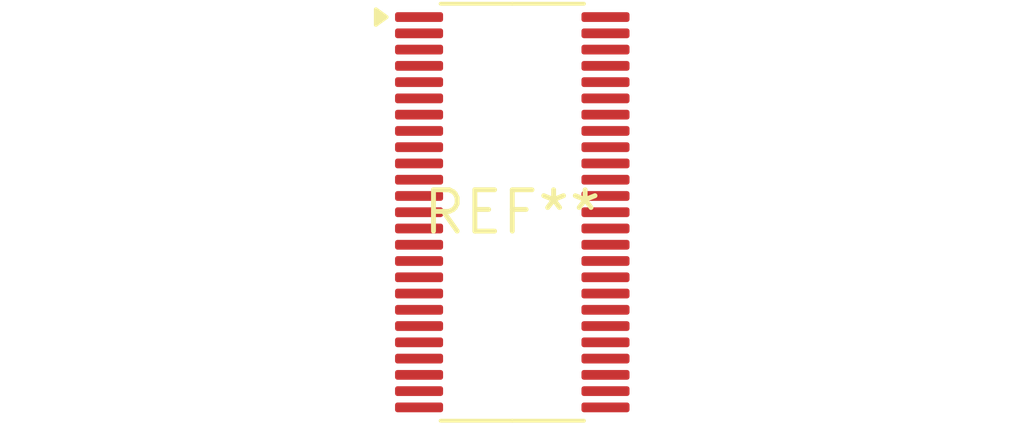
<source format=kicad_pcb>
(kicad_pcb (version 20240108) (generator pcbnew)
  (layers (0 "F.Cu" signal) (31 "B.Cu" signal) (34 "B.Paste" user) (35 "F.Paste" user) (36 "B.SilkS" user "B.Silkscreen") (37 "F.SilkS" user "F.Silkscreen") (38 "B.Mask" user) (39 "F.Mask" user) (44 "Edge.Cuts" user))
  (net 0 "")
  (footprint "TSSOP-50_4.4x12.5mm_P0.5mm" (layer "F.Cu") (at 0 0)
    (property "Reference" "REF**")
    (property "Value" "TSSOP-50_4.4x12.5mm_P0.5mm")
    (fp_line (start 0 -6.41) (end -2.2 -6.41) (layer "F.SilkS") (stroke (width 0.12)))
    (fp_line (start 0 -6.41) (end 2.2 -6.41) (layer "F.SilkS") (stroke (width 0.12)))
    (fp_line (start 0 6.41) (end -2.2 6.41) (layer "F.SilkS") (stroke (width 0.12)))
    (fp_line (start 0 6.41) (end 2.2 6.41) (layer "F.SilkS") (stroke (width 0.12)))
    (fp_poly (pts (xy -3.86 -6) (xy -4.19 -6.24) (xy -4.19 -5.76) (xy -3.86 -6)) (layer "F.SilkS") (stroke (width 0.12)) (fill solid))
    (pad "1" smd roundrect (at -2.8625 -6) (size 1.475 0.3) (layers "F.Cu" "F.Paste" "F.Mask"))
    (pad "2" smd roundrect (at -2.8625 -5.5) (size 1.475 0.3) (layers "F.Cu" "F.Paste" "F.Mask"))
    (pad "3" smd roundrect (at -2.8625 -5) (size 1.475 0.3) (layers "F.Cu" "F.Paste" "F.Mask"))
    (pad "4" smd roundrect (at -2.8625 -4.5) (size 1.475 0.3) (layers "F.Cu" "F.Paste" "F.Mask"))
    (pad "5" smd roundrect (at -2.8625 -4) (size 1.475 0.3) (layers "F.Cu" "F.Paste" "F.Mask"))
    (pad "6" smd roundrect (at -2.8625 -3.5) (size 1.475 0.3) (layers "F.Cu" "F.Paste" "F.Mask"))
    (pad "7" smd roundrect (at -2.8625 -3) (size 1.475 0.3) (layers "F.Cu" "F.Paste" "F.Mask"))
    (pad "8" smd roundrect (at -2.8625 -2.5) (size 1.475 0.3) (layers "F.Cu" "F.Paste" "F.Mask"))
    (pad "9" smd roundrect (at -2.8625 -2) (size 1.475 0.3) (layers "F.Cu" "F.Paste" "F.Mask"))
    (pad "10" smd roundrect (at -2.8625 -1.5) (size 1.475 0.3) (layers "F.Cu" "F.Paste" "F.Mask"))
    (pad "11" smd roundrect (at -2.8625 -1) (size 1.475 0.3) (layers "F.Cu" "F.Paste" "F.Mask"))
    (pad "12" smd roundrect (at -2.8625 -0.5) (size 1.475 0.3) (layers "F.Cu" "F.Paste" "F.Mask"))
    (pad "13" smd roundrect (at -2.8625 0) (size 1.475 0.3) (layers "F.Cu" "F.Paste" "F.Mask"))
    (pad "14" smd roundrect (at -2.8625 0.5) (size 1.475 0.3) (layers "F.Cu" "F.Paste" "F.Mask"))
    (pad "15" smd roundrect (at -2.8625 1) (size 1.475 0.3) (layers "F.Cu" "F.Paste" "F.Mask"))
    (pad "16" smd roundrect (at -2.8625 1.5) (size 1.475 0.3) (layers "F.Cu" "F.Paste" "F.Mask"))
    (pad "17" smd roundrect (at -2.8625 2) (size 1.475 0.3) (layers "F.Cu" "F.Paste" "F.Mask"))
    (pad "18" smd roundrect (at -2.8625 2.5) (size 1.475 0.3) (layers "F.Cu" "F.Paste" "F.Mask"))
    (pad "19" smd roundrect (at -2.8625 3) (size 1.475 0.3) (layers "F.Cu" "F.Paste" "F.Mask"))
    (pad "20" smd roundrect (at -2.8625 3.5) (size 1.475 0.3) (layers "F.Cu" "F.Paste" "F.Mask"))
    (pad "21" smd roundrect (at -2.8625 4) (size 1.475 0.3) (layers "F.Cu" "F.Paste" "F.Mask"))
    (pad "22" smd roundrect (at -2.8625 4.5) (size 1.475 0.3) (layers "F.Cu" "F.Paste" "F.Mask"))
    (pad "23" smd roundrect (at -2.8625 5) (size 1.475 0.3) (layers "F.Cu" "F.Paste" "F.Mask"))
    (pad "24" smd roundrect (at -2.8625 5.5) (size 1.475 0.3) (layers "F.Cu" "F.Paste" "F.Mask"))
    (pad "25" smd roundrect (at -2.8625 6) (size 1.475 0.3) (layers "F.Cu" "F.Paste" "F.Mask"))
    (pad "26" smd roundrect (at 2.8625 6) (size 1.475 0.3) (layers "F.Cu" "F.Paste" "F.Mask"))
    (pad "27" smd roundrect (at 2.8625 5.5) (size 1.475 0.3) (layers "F.Cu" "F.Paste" "F.Mask"))
    (pad "28" smd roundrect (at 2.8625 5) (size 1.475 0.3) (layers "F.Cu" "F.Paste" "F.Mask"))
    (pad "29" smd roundrect (at 2.8625 4.5) (size 1.475 0.3) (layers "F.Cu" "F.Paste" "F.Mask"))
    (pad "30" smd roundrect (at 2.8625 4) (size 1.475 0.3) (layers "F.Cu" "F.Paste" "F.Mask"))
    (pad "31" smd roundrect (at 2.8625 3.5) (size 1.475 0.3) (layers "F.Cu" "F.Paste" "F.Mask"))
    (pad "32" smd roundrect (at 2.8625 3) (size 1.475 0.3) (layers "F.Cu" "F.Paste" "F.Mask"))
    (pad "33" smd roundrect (at 2.8625 2.5) (size 1.475 0.3) (layers "F.Cu" "F.Paste" "F.Mask"))
    (pad "34" smd roundrect (at 2.8625 2) (size 1.475 0.3) (layers "F.Cu" "F.Paste" "F.Mask"))
    (pad "35" smd roundrect (at 2.8625 1.5) (size 1.475 0.3) (layers "F.Cu" "F.Paste" "F.Mask"))
    (pad "36" smd roundrect (at 2.8625 1) (size 1.475 0.3) (layers "F.Cu" "F.Paste" "F.Mask"))
    (pad "37" smd roundrect (at 2.8625 0.5) (size 1.475 0.3) (layers "F.Cu" "F.Paste" "F.Mask"))
    (pad "38" smd roundrect (at 2.8625 0) (size 1.475 0.3) (layers "F.Cu" "F.Paste" "F.Mask"))
    (pad "39" smd roundrect (at 2.8625 -0.5) (size 1.475 0.3) (layers "F.Cu" "F.Paste" "F.Mask"))
    (pad "40" smd roundrect (at 2.8625 -1) (size 1.475 0.3) (layers "F.Cu" "F.Paste" "F.Mask"))
    (pad "41" smd roundrect (at 2.8625 -1.5) (size 1.475 0.3) (layers "F.Cu" "F.Paste" "F.Mask"))
    (pad "42" smd roundrect (at 2.8625 -2) (size 1.475 0.3) (layers "F.Cu" "F.Paste" "F.Mask"))
    (pad "43" smd roundrect (at 2.8625 -2.5) (size 1.475 0.3) (layers "F.Cu" "F.Paste" "F.Mask"))
    (pad "44" smd roundrect (at 2.8625 -3) (size 1.475 0.3) (layers "F.Cu" "F.Paste" "F.Mask"))
    (pad "45" smd roundrect (at 2.8625 -3.5) (size 1.475 0.3) (layers "F.Cu" "F.Paste" "F.Mask"))
    (pad "46" smd roundrect (at 2.8625 -4) (size 1.475 0.3) (layers "F.Cu" "F.Paste" "F.Mask"))
    (pad "47" smd roundrect (at 2.8625 -4.5) (size 1.475 0.3) (layers "F.Cu" "F.Paste" "F.Mask"))
    (pad "48" smd roundrect (at 2.8625 -5) (size 1.475 0.3) (layers "F.Cu" "F.Paste" "F.Mask"))
    (pad "49" smd roundrect (at 2.8625 -5.5) (size 1.475 0.3) (layers "F.Cu" "F.Paste" "F.Mask"))
    (pad "50" smd roundrect (at 2.8625 -6) (size 1.475 0.3) (layers "F.Cu" "F.Paste" "F.Mask"))
  )
)
</source>
